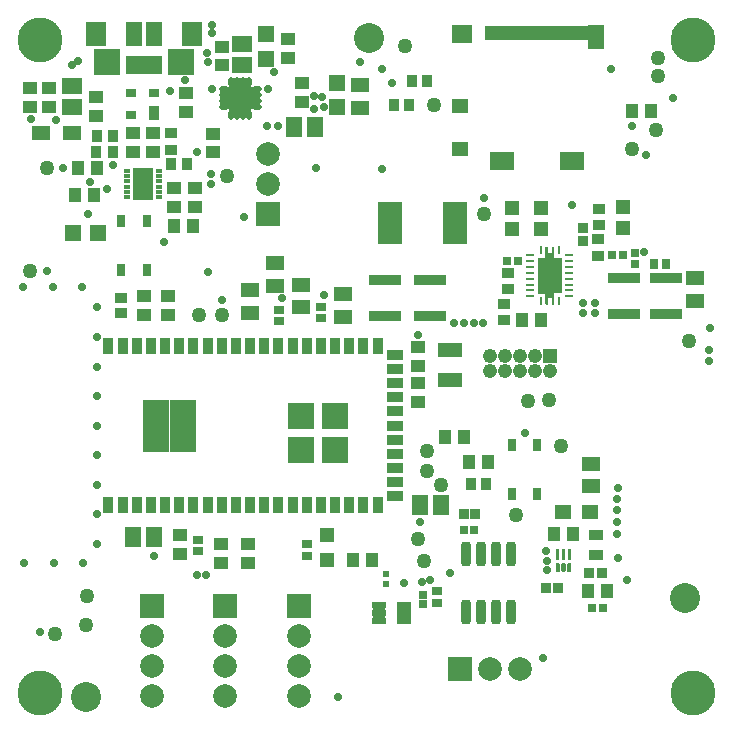
<source format=gts>
G04*
G04 #@! TF.GenerationSoftware,Altium Limited,Altium Designer,21.1.1 (26)*
G04*
G04 Layer_Color=8388736*
%FSLAX25Y25*%
%MOIN*%
G70*
G04*
G04 #@! TF.SameCoordinates,FCF7D8DE-4107-4742-B166-29AFE2BCEEE3*
G04*
G04*
G04 #@! TF.FilePolarity,Negative*
G04*
G01*
G75*
%ADD18C,0.05000*%
%ADD21R,0.01860X0.01843*%
%ADD22R,0.04724X0.04724*%
%ADD25R,0.02559X0.04134*%
G04:AMPARAMS|DCode=31|XSize=9.45mil|YSize=23.62mil|CornerRadius=1.98mil|HoleSize=0mil|Usage=FLASHONLY|Rotation=0.000|XOffset=0mil|YOffset=0mil|HoleType=Round|Shape=RoundedRectangle|*
%AMROUNDEDRECTD31*
21,1,0.00945,0.01965,0,0,0.0*
21,1,0.00548,0.02362,0,0,0.0*
1,1,0.00397,0.00274,-0.00983*
1,1,0.00397,-0.00274,-0.00983*
1,1,0.00397,-0.00274,0.00983*
1,1,0.00397,0.00274,0.00983*
%
%ADD31ROUNDEDRECTD31*%
G04:AMPARAMS|DCode=32|XSize=23.62mil|YSize=9.45mil|CornerRadius=1.98mil|HoleSize=0mil|Usage=FLASHONLY|Rotation=0.000|XOffset=0mil|YOffset=0mil|HoleType=Round|Shape=RoundedRectangle|*
%AMROUNDEDRECTD32*
21,1,0.02362,0.00548,0,0,0.0*
21,1,0.01965,0.00945,0,0,0.0*
1,1,0.00397,0.00983,-0.00274*
1,1,0.00397,-0.00983,-0.00274*
1,1,0.00397,-0.00983,0.00274*
1,1,0.00397,0.00983,0.00274*
%
%ADD32ROUNDEDRECTD32*%
%ADD72R,0.04611X0.06040*%
%ADD73R,0.04300X0.06040*%
%ADD74R,0.13702X0.07630*%
%ADD75R,0.07780X0.13764*%
%ADD76R,0.37188X0.05093*%
%ADD77R,0.20643X0.00145*%
%ADD78R,0.11607X0.06111*%
%ADD79R,0.03753X0.04147*%
%ADD80R,0.04147X0.03753*%
%ADD81R,0.05524X0.05524*%
%ADD82R,0.06312X0.04934*%
%ADD83R,0.04737X0.04343*%
%ADD84R,0.04343X0.04737*%
%ADD85R,0.03359X0.02965*%
G04:AMPARAMS|DCode=86|XSize=74.93mil|YSize=74.93mil|CornerRadius=6.01mil|HoleSize=0mil|Usage=FLASHONLY|Rotation=90.000|XOffset=0mil|YOffset=0mil|HoleType=Round|Shape=RoundedRectangle|*
%AMROUNDEDRECTD86*
21,1,0.07493,0.06291,0,0,90.0*
21,1,0.06291,0.07493,0,0,90.0*
1,1,0.01202,0.03146,0.03146*
1,1,0.01202,0.03146,-0.03146*
1,1,0.01202,-0.03146,-0.03146*
1,1,0.01202,-0.03146,0.03146*
%
%ADD86ROUNDEDRECTD86*%
G04:AMPARAMS|DCode=87|XSize=17.84mil|YSize=31.62mil|CornerRadius=5.97mil|HoleSize=0mil|Usage=FLASHONLY|Rotation=90.000|XOffset=0mil|YOffset=0mil|HoleType=Round|Shape=RoundedRectangle|*
%AMROUNDEDRECTD87*
21,1,0.01784,0.01968,0,0,90.0*
21,1,0.00591,0.03162,0,0,90.0*
1,1,0.01194,0.00984,0.00295*
1,1,0.01194,0.00984,-0.00295*
1,1,0.01194,-0.00984,-0.00295*
1,1,0.01194,-0.00984,0.00295*
%
%ADD87ROUNDEDRECTD87*%
G04:AMPARAMS|DCode=88|XSize=17.84mil|YSize=31.62mil|CornerRadius=5.97mil|HoleSize=0mil|Usage=FLASHONLY|Rotation=180.000|XOffset=0mil|YOffset=0mil|HoleType=Round|Shape=RoundedRectangle|*
%AMROUNDEDRECTD88*
21,1,0.01784,0.01968,0,0,180.0*
21,1,0.00591,0.03162,0,0,180.0*
1,1,0.01194,-0.00295,0.00984*
1,1,0.01194,0.00295,0.00984*
1,1,0.01194,0.00295,-0.00984*
1,1,0.01194,-0.00295,-0.00984*
%
%ADD88ROUNDEDRECTD88*%
%ADD89R,0.04343X0.03556*%
%ADD90R,0.07102X0.10646*%
%ADD91R,0.02375X0.01784*%
%ADD92R,0.05524X0.08280*%
%ADD93R,0.07099X0.08280*%
%ADD94R,0.09068X0.08674*%
%ADD95R,0.02375X0.06115*%
%ADD96R,0.06509X0.05328*%
%ADD97R,0.06312X0.04737*%
%ADD98R,0.03556X0.04343*%
%ADD99R,0.03556X0.03162*%
%ADD100R,0.03556X0.04737*%
%ADD101R,0.03753X0.03359*%
%ADD102R,0.05131X0.05131*%
%ADD103R,0.02965X0.03359*%
%ADD104R,0.02965X0.02572*%
%ADD105R,0.11036X0.03753*%
%ADD106R,0.02572X0.02965*%
%ADD107R,0.08083X0.14186*%
%ADD108R,0.08280X0.05131*%
%ADD109R,0.05406X0.07887*%
%ADD110R,0.03753X0.05131*%
%ADD111R,0.04147X0.05131*%
%ADD112R,0.06902X0.06115*%
%ADD113R,0.05524X0.04737*%
%ADD114R,0.08280X0.06115*%
%ADD115R,0.05328X0.06509*%
%ADD116C,0.10000*%
%ADD117R,0.04934X0.03359*%
G04:AMPARAMS|DCode=118|XSize=82.8mil|YSize=31.62mil|CornerRadius=9.91mil|HoleSize=0mil|Usage=FLASHONLY|Rotation=270.000|XOffset=0mil|YOffset=0mil|HoleType=Round|Shape=RoundedRectangle|*
%AMROUNDEDRECTD118*
21,1,0.08280,0.01181,0,0,270.0*
21,1,0.06299,0.03162,0,0,270.0*
1,1,0.01981,-0.00591,-0.03150*
1,1,0.01981,-0.00591,0.03150*
1,1,0.01981,0.00591,0.03150*
1,1,0.01981,0.00591,-0.03150*
%
%ADD118ROUNDEDRECTD118*%
%ADD119R,0.04540X0.02375*%
%ADD120R,0.02847X0.02847*%
%ADD121R,0.02847X0.02847*%
%ADD122R,0.03359X0.03753*%
%ADD123R,0.03241X0.03241*%
%ADD124R,0.05328X0.04737*%
%ADD125R,0.03556X0.05524*%
%ADD126R,0.05524X0.03556*%
%ADD127R,0.08674X0.08674*%
%ADD128R,0.08874X0.08874*%
%ADD129R,0.05524X0.05524*%
%ADD130C,0.14973*%
%ADD131C,0.07887*%
%ADD132R,0.07887X0.07887*%
%ADD133R,0.04760X0.04760*%
%ADD134C,0.04760*%
%ADD135R,0.07887X0.07887*%
%ADD136C,0.02800*%
%ADD137C,0.02000*%
G36*
X182498Y52282D02*
Y49920D01*
Y49880D01*
X182468Y49808D01*
X182413Y49753D01*
X182341Y49723D01*
X182301D01*
D01*
X181317D01*
X181278D01*
X181206Y49753D01*
X181150Y49808D01*
X181120Y49880D01*
Y49920D01*
D01*
Y52282D01*
Y52321D01*
X181150Y52393D01*
X181206Y52449D01*
X181278Y52479D01*
X181317D01*
D01*
X182301D01*
X182341D01*
X182413Y52449D01*
X182468Y52393D01*
X182498Y52321D01*
Y52282D01*
D01*
D02*
G37*
G36*
X183089D02*
Y52321D01*
X183119Y52393D01*
X183174Y52449D01*
X183247Y52479D01*
X183286D01*
D01*
X184270D01*
X184309D01*
X184381Y52449D01*
X184437Y52393D01*
X184467Y52321D01*
Y52282D01*
D01*
Y49920D01*
Y49880D01*
X184437Y49808D01*
X184381Y49753D01*
X184309Y49723D01*
X184270D01*
D01*
X183286D01*
X183247D01*
X183174Y49753D01*
X183119Y49808D01*
X183089Y49880D01*
Y49920D01*
D01*
Y52282D01*
D02*
G37*
G36*
X185057D02*
Y52321D01*
X185087Y52393D01*
X185143Y52449D01*
X185215Y52479D01*
X185254D01*
D01*
X186239D01*
X186278D01*
X186350Y52449D01*
X186405Y52393D01*
X186435Y52321D01*
Y52282D01*
D01*
Y49920D01*
Y49880D01*
X186405Y49808D01*
X186350Y49753D01*
X186278Y49723D01*
X186239D01*
D01*
X185254D01*
X185215D01*
X185143Y49753D01*
X185087Y49808D01*
X185057Y49880D01*
Y49920D01*
D01*
Y52282D01*
D02*
G37*
G36*
X183581Y53463D02*
X183542D01*
X183469Y53493D01*
X183414Y53548D01*
X183384Y53621D01*
Y53660D01*
D01*
Y57203D01*
Y57242D01*
X183414Y57315D01*
X183469Y57370D01*
X183542Y57400D01*
X183581D01*
D01*
X183975D01*
X184014D01*
X184086Y57370D01*
X184142Y57315D01*
X184172Y57242D01*
Y57203D01*
D01*
Y53660D01*
Y53621D01*
X184142Y53548D01*
X184086Y53493D01*
X184014Y53463D01*
X183975D01*
D01*
X183581D01*
D02*
G37*
G36*
X185353Y57203D02*
Y57242D01*
X185383Y57315D01*
X185438Y57370D01*
X185510Y57400D01*
X185549D01*
D01*
X185943D01*
X185982D01*
X186055Y57370D01*
X186110Y57315D01*
X186140Y57242D01*
Y57203D01*
D01*
Y53660D01*
Y53621D01*
X186110Y53548D01*
X186055Y53493D01*
X185982Y53463D01*
X185943D01*
D01*
X185549D01*
X185510D01*
X185438Y53493D01*
X185383Y53548D01*
X185353Y53621D01*
Y53660D01*
D01*
Y57203D01*
D02*
G37*
G36*
X181613Y53463D02*
X181573D01*
X181501Y53493D01*
X181446Y53548D01*
X181416Y53621D01*
Y53660D01*
D01*
Y57203D01*
Y57242D01*
X181446Y57315D01*
X181501Y57370D01*
X181573Y57400D01*
X181613D01*
D01*
X182006D01*
X182045D01*
X182118Y57370D01*
X182173Y57315D01*
X182203Y57242D01*
Y57203D01*
D01*
Y53660D01*
Y53621D01*
X182173Y53548D01*
X182118Y53493D01*
X182045Y53463D01*
X182006D01*
D01*
X181613D01*
D02*
G37*
G36*
X175213Y154191D02*
Y154230D01*
X175243Y154302D01*
X175298Y154357D01*
X175371Y154387D01*
X175410D01*
Y154387D01*
X177772D01*
X177772Y157832D01*
Y157871D01*
X177802Y157944D01*
X177857Y157999D01*
X177930Y158029D01*
X177969D01*
Y158029D01*
X178363Y158029D01*
X178402Y158029D01*
X178474Y157999D01*
X178530Y157944D01*
X178560Y157871D01*
X178559Y157832D01*
X178560Y157832D01*
X178559Y155962D01*
X179937D01*
Y157832D01*
X179937Y157871D01*
X179967Y157944D01*
X180023Y157999D01*
X180095Y158029D01*
X180134Y158029D01*
Y158029D01*
X180528Y158029D01*
X180567D01*
X180639Y157999D01*
X180695Y157944D01*
X180725Y157871D01*
Y157832D01*
X180725Y157832D01*
Y154387D01*
X183087Y154387D01*
X183126D01*
X183198Y154357D01*
X183254Y154302D01*
X183284Y154230D01*
Y154191D01*
X183284D01*
X183284Y142773D01*
Y142734D01*
X183254Y142662D01*
X183198Y142606D01*
X183126Y142576D01*
X183087D01*
X183087D01*
X180725D01*
X180725Y138935D01*
Y138895D01*
X180695Y138823D01*
X180639Y138768D01*
X180567Y138738D01*
X180528D01*
X180528Y138738D01*
X180134D01*
X180095Y138738D01*
X180023Y138768D01*
X179967Y138823D01*
X179937Y138895D01*
X179937Y138935D01*
D01*
X179937Y140805D01*
X178559D01*
X178559Y138935D01*
X178559Y138895D01*
X178530Y138823D01*
X178474Y138768D01*
X178402Y138738D01*
X178363D01*
D01*
X177969D01*
X177930D01*
X177857Y138768D01*
X177802Y138823D01*
X177772Y138895D01*
Y138935D01*
Y138935D01*
Y142379D01*
X175410D01*
X175371D01*
X175298Y142410D01*
X175243Y142465D01*
X175213Y142537D01*
Y142576D01*
Y142576D01*
X175213Y154191D01*
D02*
G37*
D18*
X225719Y126691D02*
D03*
X140500Y205200D02*
D03*
X143100Y78502D02*
D03*
X138202Y83399D02*
D03*
X157400Y169000D02*
D03*
X171970Y106720D02*
D03*
X130800Y224900D02*
D03*
X214500Y196800D02*
D03*
X206600Y190530D02*
D03*
X215440Y221100D02*
D03*
Y214800D02*
D03*
X137424Y53390D02*
D03*
X135400Y60484D02*
D03*
X138414Y89960D02*
D03*
X167987Y68709D02*
D03*
X178793Y107098D02*
D03*
X182915Y91531D02*
D03*
X14300Y29100D02*
D03*
X24600Y32081D02*
D03*
X24800Y41481D02*
D03*
X5800Y149982D02*
D03*
X69897Y135316D02*
D03*
X62190Y135441D02*
D03*
X11582Y184306D02*
D03*
X71632Y181628D02*
D03*
D21*
X124531Y48786D02*
D03*
Y45619D02*
D03*
D22*
X104900Y61800D02*
D03*
Y53532D02*
D03*
D25*
X166463Y75717D02*
D03*
Y92055D02*
D03*
X174928Y75717D02*
D03*
Y92055D02*
D03*
X44844Y166589D02*
D03*
Y150250D02*
D03*
X36380Y166589D02*
D03*
Y150250D02*
D03*
D31*
X176296Y156848D02*
D03*
Y139919D02*
D03*
X182201D02*
D03*
Y156848D02*
D03*
D32*
X172752Y155273D02*
D03*
Y153305D02*
D03*
Y151336D02*
D03*
Y149368D02*
D03*
Y147399D02*
D03*
Y145431D02*
D03*
Y143462D02*
D03*
Y141494D02*
D03*
X185745D02*
D03*
Y143462D02*
D03*
Y145431D02*
D03*
Y147399D02*
D03*
Y149368D02*
D03*
Y151336D02*
D03*
Y153305D02*
D03*
Y155273D02*
D03*
D72*
X130774Y35848D02*
D03*
D73*
X122381Y35758D02*
D03*
D74*
X75907Y207484D02*
D03*
D75*
X75946Y207499D02*
D03*
D76*
X176900Y229322D02*
D03*
D77*
X168628Y227267D02*
D03*
D78*
X43939Y218457D02*
D03*
D79*
X132359Y205200D02*
D03*
X127241D02*
D03*
X138259Y213300D02*
D03*
X133141D02*
D03*
X152992Y79106D02*
D03*
X158110D02*
D03*
D80*
X36268Y135939D02*
D03*
Y141057D02*
D03*
D81*
X108231Y204447D02*
D03*
Y212715D02*
D03*
X84779Y228915D02*
D03*
Y220648D02*
D03*
D82*
X115800Y204436D02*
D03*
Y211916D02*
D03*
X227557Y140017D02*
D03*
Y147498D02*
D03*
X79309Y143511D02*
D03*
Y136031D02*
D03*
X110200Y142202D02*
D03*
Y134722D02*
D03*
X96360Y145380D02*
D03*
Y137899D02*
D03*
X192816Y85657D02*
D03*
Y78177D02*
D03*
X87696Y152580D02*
D03*
Y145100D02*
D03*
D83*
X96633Y206289D02*
D03*
Y212588D02*
D03*
X69860Y218468D02*
D03*
Y224768D02*
D03*
X5900Y211050D02*
D03*
Y204750D02*
D03*
X12400Y210799D02*
D03*
Y204500D02*
D03*
X28100Y207900D02*
D03*
Y201601D02*
D03*
X92061Y227194D02*
D03*
Y220895D02*
D03*
X40400Y189650D02*
D03*
Y195950D02*
D03*
X46900D02*
D03*
Y189650D02*
D03*
X57856Y202950D02*
D03*
Y209250D02*
D03*
X135340Y124545D02*
D03*
Y118246D02*
D03*
X135400Y106327D02*
D03*
Y112626D02*
D03*
X78700Y52561D02*
D03*
Y58860D02*
D03*
X69700Y52710D02*
D03*
Y59009D02*
D03*
X43958Y141647D02*
D03*
Y135348D02*
D03*
X55800Y55501D02*
D03*
Y61800D02*
D03*
X52000Y141550D02*
D03*
Y135250D02*
D03*
X54057Y171392D02*
D03*
Y177691D02*
D03*
X60800Y171392D02*
D03*
Y177691D02*
D03*
X67000Y189450D02*
D03*
Y195750D02*
D03*
D84*
X119818Y53621D02*
D03*
X113519D02*
D03*
X169898Y133502D02*
D03*
X176197D02*
D03*
X213019Y203300D02*
D03*
X206720D02*
D03*
X192068Y43132D02*
D03*
X198368D02*
D03*
X150554Y94501D02*
D03*
X144255D02*
D03*
X186927Y62378D02*
D03*
X180628D02*
D03*
X152401Y86157D02*
D03*
X158700D02*
D03*
X27328Y175251D02*
D03*
X21029D02*
D03*
X28297Y184270D02*
D03*
X21998D02*
D03*
X60356Y165100D02*
D03*
X54057D02*
D03*
D85*
X98207Y55072D02*
D03*
Y59009D02*
D03*
X102931Y134132D02*
D03*
Y138068D02*
D03*
X141727Y43132D02*
D03*
Y39195D02*
D03*
X62100Y60418D02*
D03*
Y56481D02*
D03*
X88900Y133163D02*
D03*
Y137100D02*
D03*
D86*
X76013Y207506D02*
D03*
D87*
X70502Y204554D02*
D03*
Y206522D02*
D03*
Y208490D02*
D03*
Y210459D02*
D03*
X81525D02*
D03*
Y208490D02*
D03*
Y206522D02*
D03*
Y204554D02*
D03*
D88*
X73061Y213018D02*
D03*
X75029D02*
D03*
X76998D02*
D03*
X78966D02*
D03*
Y201994D02*
D03*
X76998D02*
D03*
X75029D02*
D03*
X73061D02*
D03*
D89*
X164100Y139056D02*
D03*
Y133544D02*
D03*
X53100Y190438D02*
D03*
Y195950D02*
D03*
X195745Y165143D02*
D03*
Y170655D02*
D03*
X195400Y154998D02*
D03*
Y160510D02*
D03*
X165345Y143787D02*
D03*
Y149299D02*
D03*
D90*
X43485Y178971D02*
D03*
D91*
X48800Y183400D02*
D03*
Y181628D02*
D03*
Y179857D02*
D03*
Y178085D02*
D03*
Y176313D02*
D03*
Y174542D02*
D03*
X38170D02*
D03*
Y176313D02*
D03*
Y178085D02*
D03*
Y179857D02*
D03*
Y181628D02*
D03*
Y183400D02*
D03*
D92*
X47305Y229000D02*
D03*
X40612D02*
D03*
D93*
X60100D02*
D03*
X27817D02*
D03*
D94*
X56163Y219748D02*
D03*
X31754D02*
D03*
D95*
X49076Y218468D02*
D03*
X46517D02*
D03*
X43958D02*
D03*
X41399D02*
D03*
X38840D02*
D03*
D96*
X76498Y225639D02*
D03*
Y218552D02*
D03*
X20000Y211543D02*
D03*
Y204457D02*
D03*
D97*
X9564Y195950D02*
D03*
X19800D02*
D03*
D98*
X28188Y195000D02*
D03*
X33700D02*
D03*
X52931Y185526D02*
D03*
X58443D02*
D03*
X33612Y189650D02*
D03*
X28100D02*
D03*
D99*
X39451Y209393D02*
D03*
X47325D02*
D03*
X39451Y201913D02*
D03*
D100*
X47325Y202700D02*
D03*
D101*
X190144Y164199D02*
D03*
Y159869D02*
D03*
D102*
X203575Y164199D02*
D03*
Y171286D02*
D03*
X176197Y171079D02*
D03*
Y163993D02*
D03*
X166600Y171079D02*
D03*
Y163993D02*
D03*
D103*
X217945Y152300D02*
D03*
X214007D02*
D03*
D104*
X207600Y155883D02*
D03*
Y152340D02*
D03*
D105*
X204081Y147498D02*
D03*
Y135490D02*
D03*
X217945Y135490D02*
D03*
Y147498D02*
D03*
X139200Y135095D02*
D03*
Y147103D02*
D03*
X124300Y146900D02*
D03*
Y134892D02*
D03*
D106*
X200031Y155356D02*
D03*
X203575D02*
D03*
X164947Y153403D02*
D03*
X168491D02*
D03*
X196987Y37732D02*
D03*
X193444D02*
D03*
D107*
X147700Y165900D02*
D03*
X125850D02*
D03*
D108*
X145830Y113718D02*
D03*
Y123561D02*
D03*
D109*
X194628Y227931D02*
D03*
D110*
X189864Y229309D02*
D03*
D111*
X185730D02*
D03*
X181400D02*
D03*
X177069D02*
D03*
X172738D02*
D03*
X168407D02*
D03*
X164077D02*
D03*
X159746D02*
D03*
D112*
X150061Y228817D02*
D03*
D113*
X149372Y190530D02*
D03*
Y205097D02*
D03*
D114*
X163152Y186691D02*
D03*
X186655D02*
D03*
D115*
X100900Y198000D02*
D03*
X93813D02*
D03*
X142987Y72047D02*
D03*
X135900D02*
D03*
X40157Y61200D02*
D03*
X47243D02*
D03*
D116*
X118900Y227483D02*
D03*
X224279Y40811D02*
D03*
X24700Y8000D02*
D03*
D117*
X194646Y61939D02*
D03*
Y55246D02*
D03*
D118*
X166200Y55565D02*
D03*
X161200D02*
D03*
X156200D02*
D03*
X151200D02*
D03*
Y36235D02*
D03*
X156200D02*
D03*
X161200D02*
D03*
X166200D02*
D03*
D119*
X130634Y33388D02*
D03*
Y35947D02*
D03*
Y38506D02*
D03*
X122366Y33388D02*
D03*
Y35947D02*
D03*
Y38506D02*
D03*
D120*
X136834Y42026D02*
D03*
Y38876D02*
D03*
D121*
X150725Y63700D02*
D03*
X153875D02*
D03*
D122*
X182112Y44232D02*
D03*
X177781D02*
D03*
X192178Y49143D02*
D03*
X196509D02*
D03*
D123*
X150697Y68831D02*
D03*
X154240D02*
D03*
D124*
X192720Y69677D02*
D03*
X183468D02*
D03*
D125*
X32065Y72047D02*
D03*
X36789D02*
D03*
X41514D02*
D03*
X46238D02*
D03*
X50963D02*
D03*
X55687D02*
D03*
X60411D02*
D03*
X65136D02*
D03*
X69860D02*
D03*
X74585D02*
D03*
X79309D02*
D03*
X84034D02*
D03*
X88758D02*
D03*
X93482D02*
D03*
X98207D02*
D03*
X102931D02*
D03*
X107656D02*
D03*
X112380D02*
D03*
X117104D02*
D03*
X121829D02*
D03*
Y124803D02*
D03*
X117104D02*
D03*
X112380D02*
D03*
X107656D02*
D03*
X102931D02*
D03*
X98207D02*
D03*
X93482D02*
D03*
X88758D02*
D03*
X84034D02*
D03*
X79309D02*
D03*
X74585D02*
D03*
X69860D02*
D03*
X65136D02*
D03*
X60411D02*
D03*
X55687D02*
D03*
X50963D02*
D03*
X46238D02*
D03*
X41514D02*
D03*
X36789D02*
D03*
X32065D02*
D03*
D126*
X127502Y74787D02*
D03*
Y84236D02*
D03*
Y88961D02*
D03*
Y93685D02*
D03*
Y98409D02*
D03*
Y103134D02*
D03*
Y107858D02*
D03*
Y112583D02*
D03*
Y117307D02*
D03*
Y122031D02*
D03*
Y79512D02*
D03*
D127*
X107600Y90215D02*
D03*
X96360D02*
D03*
X107600Y101727D02*
D03*
X96360D02*
D03*
D128*
X56840Y93947D02*
D03*
X48108D02*
D03*
X56840Y102538D02*
D03*
X48108D02*
D03*
D129*
X20324Y162631D02*
D03*
X28592D02*
D03*
D130*
X226969Y9252D02*
D03*
Y226969D02*
D03*
X9252D02*
D03*
Y9252D02*
D03*
D131*
X169400Y17400D02*
D03*
X159400D02*
D03*
X46600Y8181D02*
D03*
Y18181D02*
D03*
Y28181D02*
D03*
X71000D02*
D03*
Y18181D02*
D03*
Y8181D02*
D03*
X95652Y28181D02*
D03*
Y18181D02*
D03*
Y8181D02*
D03*
X85300Y178982D02*
D03*
Y188982D02*
D03*
D132*
X149400Y17400D02*
D03*
D133*
X179164Y121592D02*
D03*
D134*
X174164D02*
D03*
X179164Y116593D02*
D03*
X174164D02*
D03*
X164164D02*
D03*
X169164D02*
D03*
X164164Y121592D02*
D03*
X169164D02*
D03*
X159164D02*
D03*
Y116593D02*
D03*
D135*
X46600Y38181D02*
D03*
X71000D02*
D03*
X95652D02*
D03*
X85300Y168982D02*
D03*
D136*
X232659Y131035D02*
D03*
X232429Y120008D02*
D03*
Y123521D02*
D03*
X178339Y50234D02*
D03*
X178199Y53328D02*
D03*
X178057Y56711D02*
D03*
X64685Y48675D02*
D03*
X100599Y203957D02*
D03*
X177045Y20810D02*
D03*
X21800Y219952D02*
D03*
X19819Y218749D02*
D03*
X28300Y137795D02*
D03*
Y127953D02*
D03*
Y118110D02*
D03*
Y108268D02*
D03*
Y98425D02*
D03*
Y88583D02*
D03*
Y78740D02*
D03*
Y68898D02*
D03*
Y59055D02*
D03*
X13485Y144510D02*
D03*
X23328D02*
D03*
X13780Y52500D02*
D03*
X23622D02*
D03*
X3643Y144510D02*
D03*
X3937Y52500D02*
D03*
X66685Y231850D02*
D03*
X100623Y208225D02*
D03*
X103800Y204671D02*
D03*
X103369Y207979D02*
D03*
X115800Y219512D02*
D03*
X85411Y210459D02*
D03*
X87240Y216253D02*
D03*
X135340Y128600D02*
D03*
X157108Y132621D02*
D03*
X147155Y132494D02*
D03*
X150554Y132566D02*
D03*
X85039Y198128D02*
D03*
X190358Y135785D02*
D03*
X190221Y139211D02*
D03*
X201881Y77531D02*
D03*
X201705Y73830D02*
D03*
X201600Y70177D02*
D03*
Y66229D02*
D03*
X77982Y205538D02*
D03*
X74045D02*
D03*
Y209475D02*
D03*
X77982D02*
D03*
X76013Y207506D02*
D03*
X88758Y198128D02*
D03*
X66685Y210656D02*
D03*
X194312Y135785D02*
D03*
X194229Y139211D02*
D03*
X9252Y29601D02*
D03*
X199673Y217242D02*
D03*
X186655Y171786D02*
D03*
X210713Y156184D02*
D03*
X136764Y46343D02*
D03*
X139403Y46784D02*
D03*
X11582Y149943D02*
D03*
X6400Y200461D02*
D03*
X14494Y200198D02*
D03*
X61736Y189555D02*
D03*
X57557Y213621D02*
D03*
X52472Y209985D02*
D03*
X65425Y149600D02*
D03*
X211309Y188500D02*
D03*
X201600Y62257D02*
D03*
X204915Y46805D02*
D03*
X202000Y54400D02*
D03*
X171084Y95872D02*
D03*
X153875Y132616D02*
D03*
X157400Y174400D02*
D03*
X66583Y229211D02*
D03*
X65136Y219748D02*
D03*
X65009Y222540D02*
D03*
X220350Y207600D02*
D03*
X206600Y198200D02*
D03*
X126650Y212588D02*
D03*
X123200Y217242D02*
D03*
X17100Y184300D02*
D03*
X25848Y179628D02*
D03*
X41517Y182514D02*
D03*
Y178971D02*
D03*
Y175428D02*
D03*
X45454D02*
D03*
Y178971D02*
D03*
Y182514D02*
D03*
X33614Y185395D02*
D03*
X31633Y177230D02*
D03*
X47243Y55072D02*
D03*
X108700Y7900D02*
D03*
X130644Y46084D02*
D03*
X123200Y184100D02*
D03*
X101300Y184300D02*
D03*
X135900Y66266D02*
D03*
X146059Y49290D02*
D03*
X50700Y159500D02*
D03*
X89806Y140782D02*
D03*
X25352Y168990D02*
D03*
X69800Y140227D02*
D03*
X103800Y141865D02*
D03*
X61490Y48675D02*
D03*
X77341Y167810D02*
D03*
X66382Y178982D02*
D03*
X66400Y182400D02*
D03*
D137*
X179248Y153403D02*
D03*
X176197Y150450D02*
D03*
X179248D02*
D03*
X182300D02*
D03*
X176197Y146317D02*
D03*
X179248D02*
D03*
X182300D02*
D03*
X179248Y143364D02*
D03*
M02*

</source>
